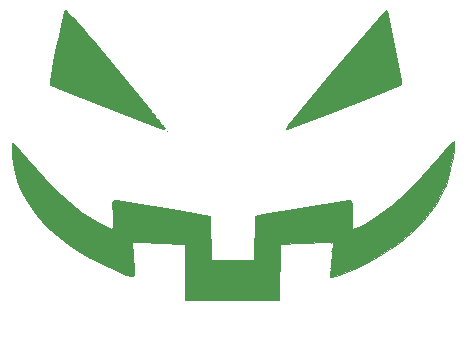
<source format=gts>
G04 #@! TF.GenerationSoftware,KiCad,Pcbnew,7.0.1-0*
G04 #@! TF.CreationDate,2023-08-23T15:24:57+02:00*
G04 #@! TF.ProjectId,pumpkin,70756d70-6b69-46e2-9e6b-696361645f70,rev?*
G04 #@! TF.SameCoordinates,Original*
G04 #@! TF.FileFunction,Soldermask,Top*
G04 #@! TF.FilePolarity,Negative*
%FSLAX46Y46*%
G04 Gerber Fmt 4.6, Leading zero omitted, Abs format (unit mm)*
G04 Created by KiCad (PCBNEW 7.0.1-0) date 2023-08-23 15:24:57*
%MOMM*%
%LPD*%
G01*
G04 APERTURE LIST*
%ADD10C,0.100000*%
%ADD11C,0.102600*%
G04 APERTURE END LIST*
D10*
X163930000Y-96790000D02*
X163880000Y-97330000D01*
X163790000Y-98090000D01*
X163690000Y-98590000D01*
X163430000Y-99750000D01*
X163220000Y-100400000D01*
X162840000Y-101170000D01*
X162530000Y-101720000D01*
X162360000Y-101960000D01*
X162100000Y-102350000D01*
X161810000Y-102770000D01*
X161280000Y-103420000D01*
X160890000Y-103840000D01*
X160380000Y-104340000D01*
X159830000Y-104800000D01*
X159210000Y-105260000D01*
X158290000Y-105900000D01*
X157820000Y-106180000D01*
X157360000Y-106460000D01*
X156640000Y-106870000D01*
X156090000Y-107150000D01*
X155400000Y-107480000D01*
X154630000Y-107810000D01*
X153890000Y-108040000D01*
X153440000Y-108150000D01*
X153640000Y-105200000D01*
X150420000Y-105290000D01*
X149590000Y-105360000D01*
X149140000Y-105410000D01*
X149130000Y-110120000D01*
X141130000Y-110110000D01*
X141130000Y-105390000D01*
X138930000Y-105250000D01*
X137610000Y-105200000D01*
X136660000Y-105200000D01*
X136790000Y-107500000D01*
X136790000Y-107880000D01*
X136750000Y-108050000D01*
X136690000Y-108120000D01*
X136540000Y-108110000D01*
X136160000Y-107970000D01*
X132920000Y-106500000D01*
X132050000Y-105960000D01*
X131210000Y-105380000D01*
X129930000Y-104340000D01*
X129300000Y-103740000D01*
X128480000Y-102810000D01*
X128230000Y-102450000D01*
X127740000Y-101740000D01*
X127640000Y-101540000D01*
X127290000Y-100880000D01*
X126940000Y-100030000D01*
X126670000Y-98910000D01*
X126510000Y-97940000D01*
X126460000Y-97190000D01*
X126460000Y-96900000D01*
X126510000Y-96790000D01*
X126530000Y-96810000D01*
X126890000Y-97130000D01*
X127280000Y-97600000D01*
X129420000Y-100030000D01*
X129880000Y-100480000D01*
X130470000Y-101060000D01*
X131790000Y-102240000D01*
X132060000Y-102440000D01*
X132260000Y-102590000D01*
X132330000Y-102630000D01*
X133990000Y-103660000D01*
X134870000Y-104100000D01*
X134980000Y-104130000D01*
X135010000Y-103900000D01*
X135000000Y-102860000D01*
X134990000Y-101970000D01*
X134990000Y-101870000D01*
X135050000Y-101740000D01*
X135130000Y-101660000D01*
X135260000Y-101660000D01*
X135770000Y-101740000D01*
X138400000Y-102170000D01*
X140970000Y-102600000D01*
X143210000Y-102990000D01*
X143300000Y-106730000D01*
X146970000Y-106740000D01*
X147060000Y-102970000D01*
X147770000Y-102860000D01*
X155000000Y-101660000D01*
X155150000Y-101690000D01*
X155230000Y-101780000D01*
X155270000Y-102010000D01*
X155290000Y-102340000D01*
X155310000Y-102930000D01*
X155310000Y-104120000D01*
X155870000Y-103890000D01*
X156350000Y-103670000D01*
X157100000Y-103210000D01*
X158560000Y-102130000D01*
X160000000Y-100850000D01*
X161230000Y-99610000D01*
X162680000Y-98010000D01*
X163510000Y-97010000D01*
X163810000Y-96700000D01*
X163900000Y-96640000D01*
X163930000Y-96790000D01*
G36*
X163930000Y-96790000D02*
G01*
X163880000Y-97330000D01*
X163790000Y-98090000D01*
X163690000Y-98590000D01*
X163430000Y-99750000D01*
X163220000Y-100400000D01*
X162840000Y-101170000D01*
X162530000Y-101720000D01*
X162360000Y-101960000D01*
X162100000Y-102350000D01*
X161810000Y-102770000D01*
X161280000Y-103420000D01*
X160890000Y-103840000D01*
X160380000Y-104340000D01*
X159830000Y-104800000D01*
X159210000Y-105260000D01*
X158290000Y-105900000D01*
X157820000Y-106180000D01*
X157360000Y-106460000D01*
X156640000Y-106870000D01*
X156090000Y-107150000D01*
X155400000Y-107480000D01*
X154630000Y-107810000D01*
X153890000Y-108040000D01*
X153440000Y-108150000D01*
X153640000Y-105200000D01*
X150420000Y-105290000D01*
X149590000Y-105360000D01*
X149140000Y-105410000D01*
X149130000Y-110120000D01*
X141130000Y-110110000D01*
X141130000Y-105390000D01*
X138930000Y-105250000D01*
X137610000Y-105200000D01*
X136660000Y-105200000D01*
X136790000Y-107500000D01*
X136790000Y-107880000D01*
X136750000Y-108050000D01*
X136690000Y-108120000D01*
X136540000Y-108110000D01*
X136160000Y-107970000D01*
X132920000Y-106500000D01*
X132050000Y-105960000D01*
X131210000Y-105380000D01*
X129930000Y-104340000D01*
X129300000Y-103740000D01*
X128480000Y-102810000D01*
X128230000Y-102450000D01*
X127740000Y-101740000D01*
X127640000Y-101540000D01*
X127290000Y-100880000D01*
X126940000Y-100030000D01*
X126670000Y-98910000D01*
X126510000Y-97940000D01*
X126460000Y-97190000D01*
X126460000Y-96900000D01*
X126510000Y-96790000D01*
X126530000Y-96810000D01*
X126890000Y-97130000D01*
X127280000Y-97600000D01*
X129420000Y-100030000D01*
X129880000Y-100480000D01*
X130470000Y-101060000D01*
X131790000Y-102240000D01*
X132060000Y-102440000D01*
X132260000Y-102590000D01*
X132330000Y-102630000D01*
X133990000Y-103660000D01*
X134870000Y-104100000D01*
X134980000Y-104130000D01*
X135010000Y-103900000D01*
X135000000Y-102860000D01*
X134990000Y-101970000D01*
X134990000Y-101870000D01*
X135050000Y-101740000D01*
X135130000Y-101660000D01*
X135260000Y-101660000D01*
X135770000Y-101740000D01*
X138400000Y-102170000D01*
X140970000Y-102600000D01*
X143210000Y-102990000D01*
X143300000Y-106730000D01*
X146970000Y-106740000D01*
X147060000Y-102970000D01*
X147770000Y-102860000D01*
X155000000Y-101660000D01*
X155150000Y-101690000D01*
X155230000Y-101780000D01*
X155270000Y-102010000D01*
X155290000Y-102340000D01*
X155310000Y-102930000D01*
X155310000Y-104120000D01*
X155870000Y-103890000D01*
X156350000Y-103670000D01*
X157100000Y-103210000D01*
X158560000Y-102130000D01*
X160000000Y-100850000D01*
X161230000Y-99610000D01*
X162680000Y-98010000D01*
X163510000Y-97010000D01*
X163810000Y-96700000D01*
X163900000Y-96640000D01*
X163930000Y-96790000D01*
G37*
D11*
X136348889Y-113668229D03*
X133451111Y-112891771D03*
G36*
X131094715Y-85593909D02*
G01*
X131217389Y-85671975D01*
X131240343Y-85690793D01*
X131689170Y-86159134D01*
X131690813Y-86160882D01*
X132277995Y-86797825D01*
X132281903Y-86802273D01*
X132640000Y-87230000D01*
X132640182Y-87230217D01*
X132940021Y-87590025D01*
X133269010Y-87968860D01*
X133270971Y-87971175D01*
X138029240Y-93729081D01*
X138030708Y-93730891D01*
X139460283Y-95528560D01*
X139485889Y-95587553D01*
X139478503Y-95651437D01*
X139440110Y-95703030D01*
X139381039Y-95728454D01*
X139317178Y-95720871D01*
X139289992Y-95709996D01*
X137040658Y-94850251D01*
X137039356Y-94849745D01*
X131220993Y-92550392D01*
X131219089Y-92549622D01*
X129779747Y-91953053D01*
X129738415Y-91925039D01*
X129711482Y-91882995D01*
X129703317Y-91833736D01*
X129709764Y-91666118D01*
X129710835Y-91653941D01*
X129789599Y-91082903D01*
X129790534Y-91077131D01*
X130089924Y-89470407D01*
X130090106Y-89469454D01*
X130299760Y-88391229D01*
X130300260Y-88388788D01*
X130439999Y-87740002D01*
X130689460Y-86492697D01*
X130690658Y-86487329D01*
X130867937Y-85768365D01*
X130873200Y-85751999D01*
X130913011Y-85652471D01*
X130943525Y-85607881D01*
X130990105Y-85580501D01*
X131043906Y-85575529D01*
X131094715Y-85593909D01*
G37*
G36*
X158247076Y-85604751D02*
G01*
X158279389Y-85664111D01*
X158929652Y-88538466D01*
X158930315Y-88541585D01*
X159535721Y-91578534D01*
X159536672Y-91621631D01*
X159508642Y-91803825D01*
X159489640Y-91853176D01*
X159451804Y-91890122D01*
X159189507Y-92054058D01*
X159169579Y-92064141D01*
X156890319Y-92969873D01*
X156889780Y-92970086D01*
X153650000Y-94240000D01*
X150301884Y-95549263D01*
X150298068Y-95550684D01*
X149873173Y-95700951D01*
X149810510Y-95706200D01*
X149753329Y-95680035D01*
X149716336Y-95629184D01*
X149709045Y-95566726D01*
X149733329Y-95508722D01*
X149868689Y-95331714D01*
X149871363Y-95328340D01*
X153499071Y-90911130D01*
X153500943Y-90908904D01*
X158064491Y-85610548D01*
X158120884Y-85573298D01*
X158188434Y-85571153D01*
X158247076Y-85604751D01*
G37*
G36*
X149254739Y-105446162D02*
G01*
X149255455Y-105447554D01*
X149254949Y-105449035D01*
X149191768Y-105519476D01*
X149186084Y-108196779D01*
X149185080Y-108198509D01*
X149183080Y-108198505D01*
X149182084Y-108196771D01*
X149187905Y-105454758D01*
X149188416Y-105453427D01*
X149189684Y-105452774D01*
X149253239Y-105445712D01*
X149254739Y-105446162D01*
G37*
G36*
X153587835Y-105250131D02*
G01*
X153588388Y-105251652D01*
X153393136Y-108131613D01*
X153392022Y-108133274D01*
X153390026Y-108133138D01*
X153389146Y-108131343D01*
X153578773Y-105334327D01*
X153502731Y-105255201D01*
X153502173Y-105253807D01*
X153502742Y-105252418D01*
X153504117Y-105251816D01*
X153586337Y-105249518D01*
X153587835Y-105250131D01*
G37*
G36*
X135936401Y-107921262D02*
G01*
X135937565Y-107922888D01*
X135936739Y-107924709D01*
X135934749Y-107924904D01*
X132905401Y-106550478D01*
X132905333Y-106550446D01*
X132905331Y-106550445D01*
X132904230Y-106548801D01*
X132905081Y-106547015D01*
X132907051Y-106546835D01*
X135936401Y-107921262D01*
G37*
G36*
X141080127Y-105434923D02*
G01*
X141081458Y-105435550D01*
X141082000Y-105436919D01*
X141082000Y-105504752D01*
X141081399Y-105506181D01*
X141079958Y-105506752D01*
X141078542Y-105506121D01*
X141011387Y-105434557D01*
X139054467Y-105310025D01*
X139052802Y-105308917D01*
X139052929Y-105306921D01*
X139054721Y-105306033D01*
X141080127Y-105434923D01*
G37*
G36*
X156301761Y-103636008D02*
G01*
X156302594Y-103637826D01*
X156301436Y-103639457D01*
X155850913Y-103845946D01*
X155850840Y-103845978D01*
X155471556Y-104001756D01*
X155360760Y-104047261D01*
X155358886Y-104047072D01*
X155358000Y-104045411D01*
X155358000Y-103925634D01*
X155358497Y-103924315D01*
X155359741Y-103923651D01*
X155361114Y-103923973D01*
X155471023Y-103997650D01*
X155849290Y-103842289D01*
X156299770Y-103635821D01*
X156301761Y-103636008D01*
G37*
G36*
X163175829Y-97335893D02*
G01*
X163175492Y-97337864D01*
X162643772Y-97978491D01*
X162643707Y-97978565D01*
X162643703Y-97978568D01*
X162643704Y-97978569D01*
X161195192Y-99576928D01*
X161195130Y-99576993D01*
X159967023Y-100815085D01*
X159966932Y-100815172D01*
X158529797Y-102092626D01*
X158529657Y-102092739D01*
X157073199Y-103170119D01*
X157073056Y-103170216D01*
X156797513Y-103339216D01*
X156795513Y-103339269D01*
X156794468Y-103337564D01*
X156795421Y-103335806D01*
X157070892Y-103166849D01*
X158527193Y-102089586D01*
X159964239Y-100812212D01*
X161192254Y-99574213D01*
X162640707Y-97975919D01*
X163172414Y-97335310D01*
X163174290Y-97334616D01*
X163175829Y-97335893D01*
G37*
G36*
X154985606Y-101610352D02*
G01*
X154986352Y-101611802D01*
X154985769Y-101613326D01*
X154985768Y-101613327D01*
X154984681Y-101613886D01*
X149762853Y-102480579D01*
X147762463Y-102812594D01*
X147762442Y-102812597D01*
X147067644Y-102920242D01*
X147065852Y-102919605D01*
X147065404Y-102917756D01*
X147066706Y-102916369D01*
X147066709Y-102916368D01*
X147067035Y-102916289D01*
X147761789Y-102808651D01*
X149762199Y-102476633D01*
X154984028Y-101609939D01*
X154985606Y-101610352D01*
G37*
G36*
X138423347Y-102121182D02*
G01*
X140971170Y-102547472D01*
X140972713Y-102548745D01*
X140972383Y-102550717D01*
X140970510Y-102551418D01*
X138422684Y-102125128D01*
X138421182Y-102123958D01*
X138421340Y-102122061D01*
X138423014Y-102121155D01*
X138423017Y-102121155D01*
X138423347Y-102121182D01*
G37*
G36*
X130505570Y-101022049D02*
G01*
X131822876Y-102199640D01*
X132084879Y-102393717D01*
X132085676Y-102395551D01*
X132084486Y-102397159D01*
X132082499Y-102396931D01*
X131820418Y-102202797D01*
X131820275Y-102202681D01*
X130502873Y-101025003D01*
X130502804Y-101024938D01*
X129924503Y-100456439D01*
X129925905Y-100455013D01*
X129926022Y-100454895D01*
X129927308Y-100453588D01*
X130505570Y-101022049D01*
G37*
G36*
X135793305Y-101691119D02*
G01*
X138401014Y-102117474D01*
X138401323Y-102117551D01*
X138401329Y-102117553D01*
X138402632Y-102118945D01*
X138402175Y-102120797D01*
X138400374Y-102121424D01*
X135792657Y-101695067D01*
X135791150Y-101693900D01*
X135791304Y-101692001D01*
X135792980Y-101691093D01*
X135792982Y-101691093D01*
X135793305Y-101691119D01*
G37*
G36*
X131010901Y-85536280D02*
G01*
X131025120Y-85541383D01*
X131025518Y-85541578D01*
X131227425Y-85670065D01*
X131227619Y-85670205D01*
X131240075Y-85680416D01*
X131240251Y-85680579D01*
X131694612Y-86154695D01*
X131694625Y-86154709D01*
X131695525Y-86155666D01*
X131695538Y-86155680D01*
X132284134Y-86794157D01*
X132284166Y-86794193D01*
X132286310Y-86796633D01*
X132286342Y-86796669D01*
X132645184Y-87225287D01*
X132645182Y-87225288D01*
X132645187Y-87225291D01*
X132645377Y-87225519D01*
X132945292Y-87585419D01*
X133274734Y-87964774D01*
X133274751Y-87964793D01*
X133275876Y-87966122D01*
X133275891Y-87966140D01*
X138035011Y-93725075D01*
X138035022Y-93725089D01*
X138035824Y-93726078D01*
X138035836Y-93726093D01*
X139694360Y-95811662D01*
X139694646Y-95812150D01*
X139701398Y-95828673D01*
X139701292Y-95829865D01*
X139701642Y-95831007D01*
X139699261Y-95844114D01*
X139698834Y-95845032D01*
X139692559Y-95852611D01*
X139691838Y-95853160D01*
X139691144Y-95853472D01*
X139690259Y-95853647D01*
X139674820Y-95853143D01*
X139674370Y-95853076D01*
X139541823Y-95817731D01*
X139541708Y-95817697D01*
X139534045Y-95815152D01*
X139533932Y-95815111D01*
X139287449Y-95716518D01*
X139287449Y-95716517D01*
X137037796Y-94856651D01*
X137037784Y-94856647D01*
X137037093Y-94856378D01*
X137037084Y-94856374D01*
X131217839Y-92556672D01*
X131217825Y-92556666D01*
X131216902Y-92556293D01*
X131216885Y-92556287D01*
X129709062Y-91931333D01*
X129708706Y-91931141D01*
X129697170Y-91923323D01*
X129696608Y-91922746D01*
X129696087Y-91921933D01*
X129695798Y-91921181D01*
X129695384Y-91918685D01*
X129702052Y-91918685D01*
X131220766Y-92548152D01*
X131220765Y-92548152D01*
X137040737Y-94848140D01*
X139290714Y-95708132D01*
X139290743Y-95708143D01*
X139540636Y-95808100D01*
X139688939Y-95847647D01*
X139697640Y-95830245D01*
X138028458Y-93731274D01*
X133268458Y-87971274D01*
X133268457Y-87971274D01*
X132938490Y-87591311D01*
X132938464Y-87591280D01*
X132638466Y-87231283D01*
X132638466Y-87231284D01*
X132278489Y-86801312D01*
X131688556Y-86161384D01*
X131228721Y-85681557D01*
X131009729Y-85542198D01*
X130951512Y-85561603D01*
X130871908Y-85760613D01*
X130691950Y-86490444D01*
X130441961Y-87740392D01*
X130441955Y-87740421D01*
X130301955Y-88390421D01*
X130091963Y-89470382D01*
X129791974Y-91080321D01*
X129711995Y-91660167D01*
X129702052Y-91918685D01*
X129695384Y-91918685D01*
X129693519Y-91907432D01*
X129693493Y-91907028D01*
X129702886Y-91662799D01*
X129702893Y-91662701D01*
X129703474Y-91656098D01*
X129703485Y-91656000D01*
X129782866Y-91080492D01*
X129782873Y-91080445D01*
X129783378Y-91077325D01*
X129783386Y-91077279D01*
X130083074Y-89468955D01*
X130083076Y-89468945D01*
X130083180Y-89468401D01*
X130083181Y-89468395D01*
X130293016Y-88389244D01*
X130293020Y-88389225D01*
X130293280Y-88387955D01*
X130293284Y-88387935D01*
X130433146Y-87738573D01*
X130682864Y-86489982D01*
X130682873Y-86489938D01*
X130683527Y-86487011D01*
X130683537Y-86486968D01*
X130862163Y-85762541D01*
X130862201Y-85762408D01*
X130865064Y-85753504D01*
X130865111Y-85753373D01*
X130938440Y-85570051D01*
X130938644Y-85569669D01*
X130946980Y-85557422D01*
X130947607Y-85556830D01*
X130960319Y-85549230D01*
X130960713Y-85549050D01*
X130994561Y-85537767D01*
X130994994Y-85537674D01*
X131010026Y-85536172D01*
X131010901Y-85536280D01*
G37*
G36*
X158220989Y-85427689D02*
G01*
X158221234Y-85427810D01*
X158222015Y-85428498D01*
X158231651Y-85443036D01*
X158231881Y-85443509D01*
X158245657Y-85484835D01*
X158245686Y-85484930D01*
X158247488Y-85491389D01*
X158247513Y-85491485D01*
X158936656Y-88537694D01*
X158936661Y-88537720D01*
X158937012Y-88539374D01*
X158937017Y-88539398D01*
X159544724Y-91587892D01*
X159544763Y-91588239D01*
X159545276Y-91611539D01*
X159545253Y-91611887D01*
X159508969Y-91847737D01*
X159508858Y-91848152D01*
X159503583Y-91861851D01*
X159503114Y-91862563D01*
X159492615Y-91872815D01*
X159492278Y-91873080D01*
X159188488Y-92062949D01*
X159188331Y-92063038D01*
X159177510Y-92068513D01*
X159177346Y-92068587D01*
X156892746Y-92976441D01*
X156892745Y-92976440D01*
X156892570Y-92976511D01*
X156892555Y-92976517D01*
X153652806Y-94246418D01*
X153652805Y-94246417D01*
X153652719Y-94246452D01*
X153652715Y-94246454D01*
X150303514Y-95556141D01*
X150303483Y-95556153D01*
X150301351Y-95556946D01*
X150301321Y-95556957D01*
X149497524Y-95841227D01*
X149497024Y-95841334D01*
X149480032Y-95842758D01*
X149479028Y-95842581D01*
X149478670Y-95842416D01*
X149477891Y-95841778D01*
X149477660Y-95841461D01*
X149477290Y-95840516D01*
X149477244Y-95840123D01*
X149477385Y-95839118D01*
X149478745Y-95835870D01*
X149485675Y-95835870D01*
X150299310Y-95548122D01*
X153649272Y-94238137D01*
X153649270Y-94238138D01*
X156889261Y-92968141D01*
X159179095Y-92058206D01*
X159498162Y-91858790D01*
X159537969Y-91600042D01*
X158928049Y-88540441D01*
X158238069Y-85490531D01*
X158219216Y-85433973D01*
X153501546Y-90911269D01*
X149871570Y-95331238D01*
X149485675Y-95835870D01*
X149478745Y-95835870D01*
X149483968Y-95823394D01*
X149484224Y-95822951D01*
X149863794Y-95326590D01*
X149863815Y-95326563D01*
X149865254Y-95324747D01*
X149865276Y-95324720D01*
X153494124Y-90906123D01*
X153494140Y-90906104D01*
X153495127Y-90904931D01*
X153495142Y-90904914D01*
X158203882Y-85437987D01*
X158204274Y-85437637D01*
X158218704Y-85427846D01*
X158219690Y-85427506D01*
X158219966Y-85427487D01*
X158220989Y-85427689D01*
G37*
M02*

</source>
